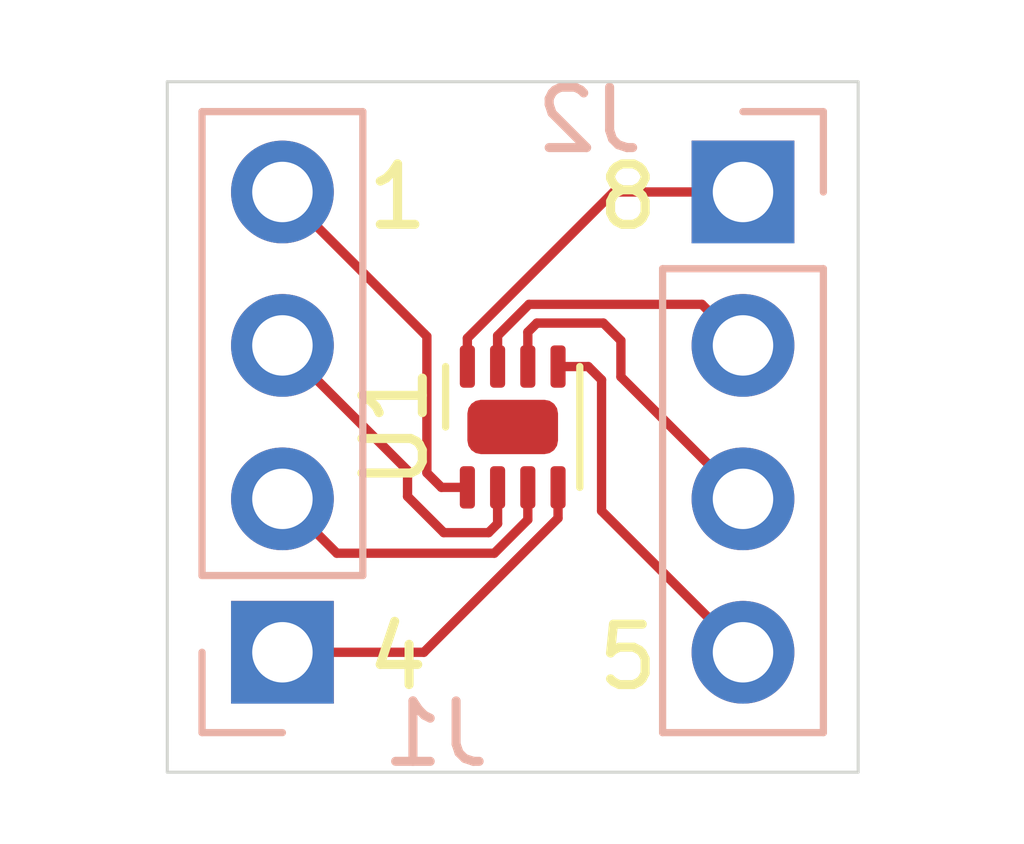
<source format=kicad_pcb>
(kicad_pcb (version 20171130) (host pcbnew "(5.1.2)-1")

  (general
    (thickness 1.6)
    (drawings 8)
    (tracks 35)
    (zones 0)
    (modules 3)
    (nets 9)
  )

  (page A4)
  (layers
    (0 F.Cu signal)
    (31 B.Cu signal)
    (32 B.Adhes user)
    (33 F.Adhes user)
    (34 B.Paste user)
    (35 F.Paste user)
    (36 B.SilkS user)
    (37 F.SilkS user)
    (38 B.Mask user)
    (39 F.Mask user)
    (40 Dwgs.User user)
    (41 Cmts.User user)
    (42 Eco1.User user)
    (43 Eco2.User user)
    (44 Edge.Cuts user)
    (45 Margin user)
    (46 B.CrtYd user)
    (47 F.CrtYd user)
    (48 B.Fab user)
    (49 F.Fab user)
  )

  (setup
    (last_trace_width 0.154)
    (user_trace_width 0.2)
    (user_trace_width 0.25)
    (trace_clearance 0.154)
    (zone_clearance 0.508)
    (zone_45_only no)
    (trace_min 0.1524)
    (via_size 0.69)
    (via_drill 0.34)
    (via_min_size 0.51)
    (via_min_drill 0.254)
    (user_via 0.51 0.3)
    (uvia_size 0.69)
    (uvia_drill 0.34)
    (uvias_allowed no)
    (uvia_min_size 0.51)
    (uvia_min_drill 0.254)
    (edge_width 0.05)
    (segment_width 0.2)
    (pcb_text_width 0.3)
    (pcb_text_size 1.5 1.5)
    (mod_edge_width 0.12)
    (mod_text_size 1 1)
    (mod_text_width 0.15)
    (pad_size 1.524 1.524)
    (pad_drill 0.762)
    (pad_to_mask_clearance 0.051)
    (solder_mask_min_width 0.25)
    (aux_axis_origin 0 0)
    (visible_elements 7FFFFFFF)
    (pcbplotparams
      (layerselection 0x010fc_ffffffff)
      (usegerberextensions false)
      (usegerberattributes false)
      (usegerberadvancedattributes false)
      (creategerberjobfile false)
      (excludeedgelayer true)
      (linewidth 0.100000)
      (plotframeref false)
      (viasonmask false)
      (mode 1)
      (useauxorigin false)
      (hpglpennumber 1)
      (hpglpenspeed 20)
      (hpglpendiameter 15.000000)
      (psnegative false)
      (psa4output false)
      (plotreference true)
      (plotvalue true)
      (plotinvisibletext false)
      (padsonsilk false)
      (subtractmaskfromsilk false)
      (outputformat 1)
      (mirror false)
      (drillshape 1)
      (scaleselection 1)
      (outputdirectory ""))
  )

  (net 0 "")
  (net 1 "Net-(J1-Pad4)")
  (net 2 "Net-(J1-Pad3)")
  (net 3 "Net-(J1-Pad2)")
  (net 4 "Net-(J1-Pad1)")
  (net 5 "Net-(J2-Pad4)")
  (net 6 "Net-(J2-Pad3)")
  (net 7 "Net-(J2-Pad2)")
  (net 8 "Net-(J2-Pad1)")

  (net_class Default "This is the default net class."
    (clearance 0.154)
    (trace_width 0.154)
    (via_dia 0.69)
    (via_drill 0.34)
    (uvia_dia 0.69)
    (uvia_drill 0.34)
    (add_net "Net-(J1-Pad1)")
    (add_net "Net-(J1-Pad2)")
    (add_net "Net-(J1-Pad3)")
    (add_net "Net-(J1-Pad4)")
    (add_net "Net-(J2-Pad1)")
    (add_net "Net-(J2-Pad2)")
    (add_net "Net-(J2-Pad3)")
    (add_net "Net-(J2-Pad4)")
  )

  (module Package_DFN_QFN:DFN-8-1EP_2x2mm_P0.5mm_EP0.9x1.5mm (layer F.Cu) (tedit 5BB79805) (tstamp 5DAB507C)
    (at 151.13 91.44 90)
    (descr "DFN, 8 Pin (http://ww1.microchip.com/downloads/en/DeviceDoc/Atmel-8127-AVR-8-bit-Microcontroller-ATtiny4-ATtiny5-ATtiny9-ATtiny10_Datasheet.pdf), generated with kicad-footprint-generator ipc_dfn_qfn_generator.py")
    (tags "DFN DFN_QFN")
    (path /5DAB0216)
    (attr smd)
    (fp_text reference U1 (at 0 -1.95 90) (layer F.SilkS)
      (effects (font (size 1 1) (thickness 0.15)))
    )
    (fp_text value 8WDFN_MCU (at 0 1.95 90) (layer F.Fab)
      (effects (font (size 1 1) (thickness 0.15)))
    )
    (fp_text user %R (at 0 0 90) (layer F.Fab)
      (effects (font (size 0.5 0.5) (thickness 0.08)))
    )
    (fp_line (start 1.6 -1.25) (end -1.6 -1.25) (layer F.CrtYd) (width 0.05))
    (fp_line (start 1.6 1.25) (end 1.6 -1.25) (layer F.CrtYd) (width 0.05))
    (fp_line (start -1.6 1.25) (end 1.6 1.25) (layer F.CrtYd) (width 0.05))
    (fp_line (start -1.6 -1.25) (end -1.6 1.25) (layer F.CrtYd) (width 0.05))
    (fp_line (start -1 -0.5) (end -0.5 -1) (layer F.Fab) (width 0.1))
    (fp_line (start -1 1) (end -1 -0.5) (layer F.Fab) (width 0.1))
    (fp_line (start 1 1) (end -1 1) (layer F.Fab) (width 0.1))
    (fp_line (start 1 -1) (end 1 1) (layer F.Fab) (width 0.1))
    (fp_line (start -0.5 -1) (end 1 -1) (layer F.Fab) (width 0.1))
    (fp_line (start -1 1.11) (end 1 1.11) (layer F.SilkS) (width 0.12))
    (fp_line (start 0 -1.11) (end 1 -1.11) (layer F.SilkS) (width 0.12))
    (pad 8 smd roundrect (at 1 -0.75 90) (size 0.7 0.25) (layers F.Cu F.Paste F.Mask) (roundrect_rratio 0.25)
      (net 8 "Net-(J2-Pad1)"))
    (pad 7 smd roundrect (at 1 -0.25 90) (size 0.7 0.25) (layers F.Cu F.Paste F.Mask) (roundrect_rratio 0.25)
      (net 7 "Net-(J2-Pad2)"))
    (pad 6 smd roundrect (at 1 0.25 90) (size 0.7 0.25) (layers F.Cu F.Paste F.Mask) (roundrect_rratio 0.25)
      (net 6 "Net-(J2-Pad3)"))
    (pad 5 smd roundrect (at 1 0.75 90) (size 0.7 0.25) (layers F.Cu F.Paste F.Mask) (roundrect_rratio 0.25)
      (net 5 "Net-(J2-Pad4)"))
    (pad 4 smd roundrect (at -1 0.75 90) (size 0.7 0.25) (layers F.Cu F.Paste F.Mask) (roundrect_rratio 0.25)
      (net 4 "Net-(J1-Pad1)"))
    (pad 3 smd roundrect (at -1 0.25 90) (size 0.7 0.25) (layers F.Cu F.Paste F.Mask) (roundrect_rratio 0.25)
      (net 3 "Net-(J1-Pad2)"))
    (pad 2 smd roundrect (at -1 -0.25 90) (size 0.7 0.25) (layers F.Cu F.Paste F.Mask) (roundrect_rratio 0.25)
      (net 2 "Net-(J1-Pad3)"))
    (pad 1 smd roundrect (at -1 -0.75 90) (size 0.7 0.25) (layers F.Cu F.Paste F.Mask) (roundrect_rratio 0.25)
      (net 1 "Net-(J1-Pad4)"))
    (pad "" smd roundrect (at 0.225 0.375 90) (size 0.36 0.6) (layers F.Paste) (roundrect_rratio 0.25))
    (pad "" smd roundrect (at 0.225 -0.375 90) (size 0.36 0.6) (layers F.Paste) (roundrect_rratio 0.25))
    (pad "" smd roundrect (at -0.225 0.375 90) (size 0.36 0.6) (layers F.Paste) (roundrect_rratio 0.25))
    (pad "" smd roundrect (at -0.225 -0.375 90) (size 0.36 0.6) (layers F.Paste) (roundrect_rratio 0.25))
    (pad 9 smd roundrect (at 0 0 90) (size 0.9 1.5) (layers F.Cu F.Mask) (roundrect_rratio 0.25))
    (model ${KISYS3DMOD}/Package_DFN_QFN.3dshapes/DFN-8-1EP_2x2mm_P0.5mm_EP0.9x1.5mm.wrl
      (at (xyz 0 0 0))
      (scale (xyz 1 1 1))
      (rotate (xyz 0 0 0))
    )
  )

  (module Connector_PinHeader_2.54mm:PinHeader_1x04_P2.54mm_Vertical (layer B.Cu) (tedit 59FED5CC) (tstamp 5DAB505F)
    (at 154.94 87.55 180)
    (descr "Through hole straight pin header, 1x04, 2.54mm pitch, single row")
    (tags "Through hole pin header THT 1x04 2.54mm single row")
    (path /5DAB1273)
    (fp_text reference J2 (at 2.54 1.19) (layer B.SilkS)
      (effects (font (size 1 1) (thickness 0.15)) (justify mirror))
    )
    (fp_text value Conn_01x04 (at 0 -9.95) (layer B.Fab)
      (effects (font (size 1 1) (thickness 0.15)) (justify mirror))
    )
    (fp_text user %R (at 0 -3.81 270) (layer B.Fab)
      (effects (font (size 1 1) (thickness 0.15)) (justify mirror))
    )
    (fp_line (start 1.8 1.8) (end -1.8 1.8) (layer B.CrtYd) (width 0.05))
    (fp_line (start 1.8 -9.4) (end 1.8 1.8) (layer B.CrtYd) (width 0.05))
    (fp_line (start -1.8 -9.4) (end 1.8 -9.4) (layer B.CrtYd) (width 0.05))
    (fp_line (start -1.8 1.8) (end -1.8 -9.4) (layer B.CrtYd) (width 0.05))
    (fp_line (start -1.33 1.33) (end 0 1.33) (layer B.SilkS) (width 0.12))
    (fp_line (start -1.33 0) (end -1.33 1.33) (layer B.SilkS) (width 0.12))
    (fp_line (start -1.33 -1.27) (end 1.33 -1.27) (layer B.SilkS) (width 0.12))
    (fp_line (start 1.33 -1.27) (end 1.33 -8.95) (layer B.SilkS) (width 0.12))
    (fp_line (start -1.33 -1.27) (end -1.33 -8.95) (layer B.SilkS) (width 0.12))
    (fp_line (start -1.33 -8.95) (end 1.33 -8.95) (layer B.SilkS) (width 0.12))
    (fp_line (start -1.27 0.635) (end -0.635 1.27) (layer B.Fab) (width 0.1))
    (fp_line (start -1.27 -8.89) (end -1.27 0.635) (layer B.Fab) (width 0.1))
    (fp_line (start 1.27 -8.89) (end -1.27 -8.89) (layer B.Fab) (width 0.1))
    (fp_line (start 1.27 1.27) (end 1.27 -8.89) (layer B.Fab) (width 0.1))
    (fp_line (start -0.635 1.27) (end 1.27 1.27) (layer B.Fab) (width 0.1))
    (pad 4 thru_hole oval (at 0 -7.62 180) (size 1.7 1.7) (drill 1) (layers *.Cu *.Mask)
      (net 5 "Net-(J2-Pad4)"))
    (pad 3 thru_hole oval (at 0 -5.08 180) (size 1.7 1.7) (drill 1) (layers *.Cu *.Mask)
      (net 6 "Net-(J2-Pad3)"))
    (pad 2 thru_hole oval (at 0 -2.54 180) (size 1.7 1.7) (drill 1) (layers *.Cu *.Mask)
      (net 7 "Net-(J2-Pad2)"))
    (pad 1 thru_hole rect (at 0 0 180) (size 1.7 1.7) (drill 1) (layers *.Cu *.Mask)
      (net 8 "Net-(J2-Pad1)"))
    (model ${KISYS3DMOD}/Connector_PinHeader_2.54mm.3dshapes/PinHeader_1x04_P2.54mm_Vertical.wrl
      (at (xyz 0 0 0))
      (scale (xyz 1 1 1))
      (rotate (xyz 0 0 0))
    )
  )

  (module Connector_PinHeader_2.54mm:PinHeader_1x04_P2.54mm_Vertical (layer B.Cu) (tedit 59FED5CC) (tstamp 5DAB5047)
    (at 147.32 95.17)
    (descr "Through hole straight pin header, 1x04, 2.54mm pitch, single row")
    (tags "Through hole pin header THT 1x04 2.54mm single row")
    (path /5DAB2C48)
    (fp_text reference J1 (at 2.54 1.35) (layer B.SilkS)
      (effects (font (size 1 1) (thickness 0.15)) (justify mirror))
    )
    (fp_text value Conn_01x04 (at 0 -9.95) (layer B.Fab)
      (effects (font (size 1 1) (thickness 0.15)) (justify mirror))
    )
    (fp_text user %R (at 0 -3.81 -90) (layer B.Fab)
      (effects (font (size 1 1) (thickness 0.15)) (justify mirror))
    )
    (fp_line (start 1.8 1.8) (end -1.8 1.8) (layer B.CrtYd) (width 0.05))
    (fp_line (start 1.8 -9.4) (end 1.8 1.8) (layer B.CrtYd) (width 0.05))
    (fp_line (start -1.8 -9.4) (end 1.8 -9.4) (layer B.CrtYd) (width 0.05))
    (fp_line (start -1.8 1.8) (end -1.8 -9.4) (layer B.CrtYd) (width 0.05))
    (fp_line (start -1.33 1.33) (end 0 1.33) (layer B.SilkS) (width 0.12))
    (fp_line (start -1.33 0) (end -1.33 1.33) (layer B.SilkS) (width 0.12))
    (fp_line (start -1.33 -1.27) (end 1.33 -1.27) (layer B.SilkS) (width 0.12))
    (fp_line (start 1.33 -1.27) (end 1.33 -8.95) (layer B.SilkS) (width 0.12))
    (fp_line (start -1.33 -1.27) (end -1.33 -8.95) (layer B.SilkS) (width 0.12))
    (fp_line (start -1.33 -8.95) (end 1.33 -8.95) (layer B.SilkS) (width 0.12))
    (fp_line (start -1.27 0.635) (end -0.635 1.27) (layer B.Fab) (width 0.1))
    (fp_line (start -1.27 -8.89) (end -1.27 0.635) (layer B.Fab) (width 0.1))
    (fp_line (start 1.27 -8.89) (end -1.27 -8.89) (layer B.Fab) (width 0.1))
    (fp_line (start 1.27 1.27) (end 1.27 -8.89) (layer B.Fab) (width 0.1))
    (fp_line (start -0.635 1.27) (end 1.27 1.27) (layer B.Fab) (width 0.1))
    (pad 4 thru_hole oval (at 0 -7.62) (size 1.7 1.7) (drill 1) (layers *.Cu *.Mask)
      (net 1 "Net-(J1-Pad4)"))
    (pad 3 thru_hole oval (at 0 -5.08) (size 1.7 1.7) (drill 1) (layers *.Cu *.Mask)
      (net 2 "Net-(J1-Pad3)"))
    (pad 2 thru_hole oval (at 0 -2.54) (size 1.7 1.7) (drill 1) (layers *.Cu *.Mask)
      (net 3 "Net-(J1-Pad2)"))
    (pad 1 thru_hole rect (at 0 0) (size 1.7 1.7) (drill 1) (layers *.Cu *.Mask)
      (net 4 "Net-(J1-Pad1)"))
    (model ${KISYS3DMOD}/Connector_PinHeader_2.54mm.3dshapes/PinHeader_1x04_P2.54mm_Vertical.wrl
      (at (xyz 0 0 0))
      (scale (xyz 1 1 1))
      (rotate (xyz 0 0 0))
    )
  )

  (gr_text 8 (at 153.035 87.63) (layer F.SilkS)
    (effects (font (size 1 1) (thickness 0.15)))
  )
  (gr_text 5 (at 153.035 95.25) (layer F.SilkS)
    (effects (font (size 1 1) (thickness 0.15)))
  )
  (gr_text 4 (at 149.225 95.25) (layer F.SilkS)
    (effects (font (size 1 1) (thickness 0.15)))
  )
  (gr_text 1 (at 149.225 87.63) (layer F.SilkS)
    (effects (font (size 1 1) (thickness 0.15)))
  )
  (gr_line (start 145.415 97.155) (end 145.415 85.725) (layer Edge.Cuts) (width 0.05) (tstamp 5DAB5536))
  (gr_line (start 156.845 97.155) (end 145.415 97.155) (layer Edge.Cuts) (width 0.05))
  (gr_line (start 156.845 85.725) (end 156.845 97.155) (layer Edge.Cuts) (width 0.05))
  (gr_line (start 145.415 85.725) (end 156.845 85.725) (layer Edge.Cuts) (width 0.05))

  (segment (start 149.67 89.9) (end 147.32 87.55) (width 0.154) (layer F.Cu) (net 1))
  (segment (start 149.71 89.94) (end 149.67 89.9) (width 0.154) (layer F.Cu) (net 1))
  (segment (start 150.38 92.44) (end 149.95 92.44) (width 0.154) (layer F.Cu) (net 1))
  (segment (start 149.71 92.2) (end 149.71 89.94) (width 0.154) (layer F.Cu) (net 1))
  (segment (start 149.95 92.44) (end 149.71 92.2) (width 0.154) (layer F.Cu) (net 1))
  (segment (start 150.88 92.44) (end 150.88 93.04) (width 0.154) (layer F.Cu) (net 2))
  (segment (start 150.88 93.04) (end 150.73 93.19) (width 0.154) (layer F.Cu) (net 2))
  (segment (start 150.73 93.19) (end 149.99 93.19) (width 0.154) (layer F.Cu) (net 2))
  (segment (start 149.99 93.19) (end 149.39 92.59) (width 0.154) (layer F.Cu) (net 2))
  (segment (start 149.39 92.16) (end 147.32 90.09) (width 0.154) (layer F.Cu) (net 2))
  (segment (start 149.39 92.59) (end 149.39 92.16) (width 0.154) (layer F.Cu) (net 2))
  (segment (start 151.38 92.44) (end 151.38 92.97559) (width 0.154) (layer F.Cu) (net 3))
  (segment (start 151.38 92.97559) (end 150.82559 93.53) (width 0.154) (layer F.Cu) (net 3))
  (segment (start 148.22 93.53) (end 147.32 92.63) (width 0.154) (layer F.Cu) (net 3))
  (segment (start 150.82559 93.53) (end 148.22 93.53) (width 0.154) (layer F.Cu) (net 3))
  (segment (start 151.88 92.44) (end 151.88 92.95) (width 0.154) (layer F.Cu) (net 4))
  (segment (start 149.66 95.17) (end 147.32 95.17) (width 0.154) (layer F.Cu) (net 4))
  (segment (start 151.88 92.95) (end 149.66 95.17) (width 0.154) (layer F.Cu) (net 4))
  (segment (start 152.6 92.83) (end 154.94 95.17) (width 0.154) (layer F.Cu) (net 5))
  (segment (start 151.88 90.44) (end 152.38 90.44) (width 0.154) (layer F.Cu) (net 5))
  (segment (start 152.6 90.66) (end 152.6 92.83) (width 0.154) (layer F.Cu) (net 5))
  (segment (start 152.38 90.44) (end 152.6 90.66) (width 0.154) (layer F.Cu) (net 5))
  (segment (start 151.38 90.44) (end 151.38 89.87) (width 0.154) (layer F.Cu) (net 6))
  (segment (start 151.38 89.87) (end 151.53 89.72) (width 0.154) (layer F.Cu) (net 6))
  (segment (start 151.53 89.72) (end 152.63 89.72) (width 0.154) (layer F.Cu) (net 6))
  (segment (start 152.63 89.72) (end 152.92 90.01) (width 0.154) (layer F.Cu) (net 6))
  (segment (start 152.92 90.61) (end 154.94 92.63) (width 0.154) (layer F.Cu) (net 6))
  (segment (start 152.92 90.01) (end 152.92 90.61) (width 0.154) (layer F.Cu) (net 6))
  (segment (start 150.88 90.44) (end 150.88 89.93) (width 0.154) (layer F.Cu) (net 7))
  (segment (start 150.88 89.93) (end 151.4 89.41) (width 0.154) (layer F.Cu) (net 7))
  (segment (start 154.26 89.41) (end 154.94 90.09) (width 0.154) (layer F.Cu) (net 7))
  (segment (start 151.4 89.41) (end 154.26 89.41) (width 0.154) (layer F.Cu) (net 7))
  (segment (start 150.38 90.44) (end 150.38 89.97) (width 0.154) (layer F.Cu) (net 8))
  (segment (start 152.8 87.55) (end 154.94 87.55) (width 0.154) (layer F.Cu) (net 8))
  (segment (start 150.38 89.97) (end 152.8 87.55) (width 0.154) (layer F.Cu) (net 8))

)

</source>
